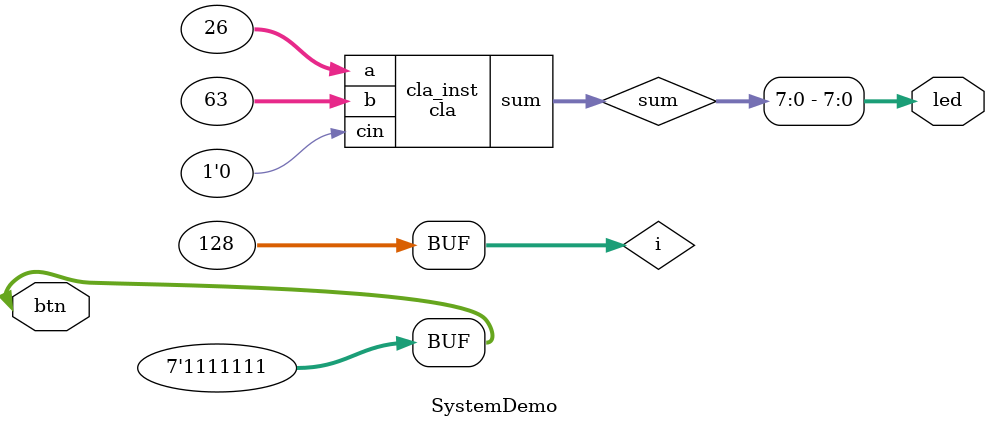
<source format=v>
module gp4 (
	gin,
	pin,
	cin,
	gout,
	pout,
	cout
);
	input wire [3:0] gin;
	input wire [3:0] pin;
	input wire cin;
	output wire gout;
	output wire pout;
	output wire [2:0] cout;
	assign cout[0] = gin[0] | (pin[0] & cin);
	assign cout[1] = (gin[1] | (pin[1] & gin[0])) | ((pin[1] & pin[0]) & cin);
	assign cout[2] = ((gin[2] | (pin[2] & gin[1])) | ((pin[2] & pin[1]) & gin[0])) | (((pin[2] & pin[1]) & pin[0]) & cin);
	assign gout = ((gin[3] | (pin[3] & gin[2])) | ((pin[3] & pin[2]) & gin[1])) | (((pin[3] & pin[2]) & pin[1]) & gin[0]);
	assign pout = &pin;
endmodule
module gp8 (
	gin,
	pin,
	cin,
	gout,
	pout,
	cout
);
	input wire [7:0] gin;
	input wire [7:0] pin;
	input wire cin;
	output wire gout;
	output wire pout;
	output wire [6:0] cout;
	wire gout_low;
	wire pout_low;
	wire gout_high;
	wire pout_high;
	wire c4;
	wire [2:0] cout_low;
	wire [2:0] cout_high;
	gp4 gp4_low(
		.gin(gin[3:0]),
		.pin(pin[3:0]),
		.cin(cin),
		.gout(gout_low),
		.pout(pout_low),
		.cout(cout_low)
	);
	assign c4 = gout_low | (pout_low & cin);
	gp4 gp4_high(
		.gin(gin[7:4]),
		.pin(pin[7:4]),
		.cin(c4),
		.gout(gout_high),
		.pout(pout_high),
		.cout(cout_high)
	);
	assign cout[2:0] = cout_low;
	assign cout[6:3] = {cout_high, c4};
	assign gout = gout_high | (pout_high & gout_low);
	assign pout = pout_low & pout_high;
endmodule
module cla (
	a,
	b,
	cin,
	sum
);
	input wire [31:0] a;
	input wire [31:0] b;
	input wire cin;
	output wire [31:0] sum;
	wire [31:0] g;
	wire [31:0] p;
	assign g = a & b;
	assign p = a | b;
	wire [6:0] carry_internal_0;
	wire [6:0] carry_internal_1;
	wire [6:0] carry_internal_2;
	wire [6:0] carry_internal_3;
	wire [31:0] carry;
	wire gout_0;
	wire pout_0;
	wire gout_1;
	wire pout_1;
	wire gout_2;
	wire pout_2;
	wire gout_3;
	wire pout_3;
	gp8 gp8_0(
		.gin(g[7:0]),
		.pin(p[7:0]),
		.cin(cin),
		.gout(gout_0),
		.pout(pout_0),
		.cout(carry_internal_0)
	);
	wire carry_8;
	wire carry_16;
	wire carry_24;
	wire carry_32;
	assign carry_8 = gout_0 | (pout_0 & cin);
	assign carry[8] = carry_8;
	gp8 gp8_1(
		.gin(g[15:8]),
		.pin(p[15:8]),
		.cin(carry[8]),
		.gout(gout_1),
		.pout(pout_1),
		.cout(carry_internal_1)
	);
	assign carry_16 = gout_1 | (pout_1 & carry_8);
	assign carry[16] = carry_16;
	gp8 gp8_2(
		.gin(g[23:16]),
		.pin(p[23:16]),
		.cin(carry[16]),
		.gout(gout_2),
		.pout(pout_2),
		.cout(carry_internal_2)
	);
	assign carry_24 = gout_2 | (pout_2 & carry_16);
	assign carry[24] = carry_24;
	gp8 gp8_3(
		.gin(g[31:24]),
		.pin(p[31:24]),
		.cin(carry[24]),
		.gout(gout_3),
		.pout(pout_3),
		.cout(carry_internal_3)
	);
	assign carry[0] = cin;
	assign carry[7:1] = carry_internal_0[6:0];
	assign carry[15:9] = carry_internal_1[6:0];
	assign carry[23:17] = carry_internal_2[6:0];
	assign carry_32 = gout_3 | (pout_3 & carry_24);
	assign carry[31:25] = carry_internal_3[6:0];
	assign sum = (a ^ b) ^ carry;
endmodule
module SystemDemo (
	btn,
	led
);
	input wire [6:0] btn;
	output wire [7:0] led;
	wire [31:0] sum;
	integer i;
	initial begin
		btn = 6'b000000;
		for (i = 0; i < 128; i = i + 1)
			#(10000) btn = i[6:0];
	end
	cla cla_inst(
		.a(32'd26),
		.b({26'b00000000000000000000000000, btn[1], btn[2], btn[3], btn[5], btn[4], btn[6]}),
		.cin(1'b0),
		.sum(sum)
	);
	assign led = sum[7:0];
endmodule
</source>
